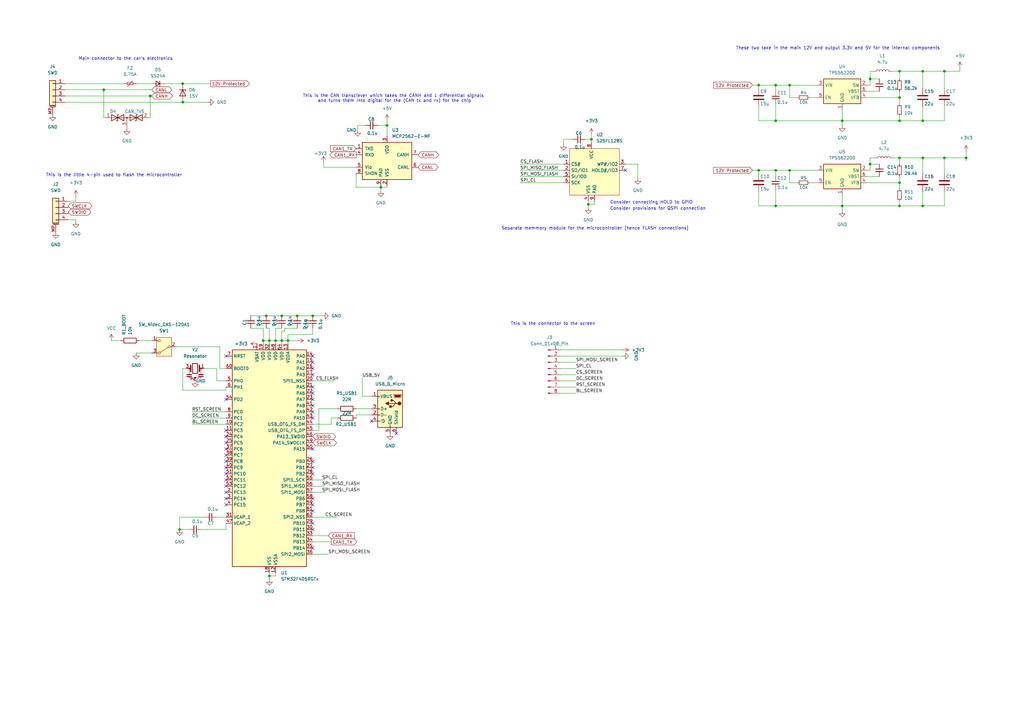
<source format=kicad_sch>
(kicad_sch (version 20231120) (generator "eeschema") (generator_version "8.0")
  (paper "A3")
  (lib_symbols
    (symbol "Connector:Conn_01x08_Pin" (pin_names (offset 1.016) hide)
      (property "Reference" "J" (at 0 10.16 0))
      (property "Value" "Conn_01x08_Pin" (at 0 -12.7 0))
      (symbol "Conn_01x08_Pin_1_1"
        (pin passive line (at 5.08 7.62 180) (length 3.81) (name "Pin_1") (number "1"))
        (pin passive line (at 5.08 5.08 180) (length 3.81) (name "Pin_2") (number "2"))
        (pin passive line (at 5.08 2.54 180) (length 3.81) (name "Pin_3") (number "3"))
        (pin passive line (at 5.08 0 180) (length 3.81) (name "Pin_4") (number "4"))
        (pin passive line (at 5.08 -2.54 180) (length 3.81) (name "Pin_5") (number "5"))
        (pin passive line (at 5.08 -5.08 180) (length 3.81) (name "Pin_6") (number "6"))
        (pin passive line (at 5.08 -7.62 180) (length 3.81) (name "Pin_7") (number "7"))
        (pin passive line (at 5.08 -10.16 180) (length 3.81) (name "Pin_8") (number "8"))
      )
    )
    (symbol "Connector:USB_B_Micro" (pin_names (offset 1.016))
      (property "Reference" "J" (at -5.08 11.43 0))
      (property "Value" "USB_B_Micro" (at -5.08 8.89 0))
      (symbol "USB_B_Micro_1_1"
        (pin power_out line (at 7.62 5.08 180) (length 2.54) (name "VBUS") (number "1"))
        (pin bidirectional line (at 7.62 -2.54 180) (length 2.54) (name "D-") (number "2"))
        (pin bidirectional line (at 7.62 0 180) (length 2.54) (name "D+") (number "3"))
        (pin passive line (at 7.62 -5.08 180) (length 2.54) (name "ID") (number "4"))
        (pin power_out line (at 0 -10.16 90) (length 2.54) (name "GND") (number "5"))
        (pin passive line (at -2.54 -10.16 90) (length 2.54) (name "Shield") (number "6"))
      )
    )
    (symbol "Connector_Generic_MountingPin:Conn_01x04_MountingPin" (pin_names (offset 1.016) hide)
      (property "Reference" "J" (at 0 5.08 0))
      (property "Value" "Conn_01x04_MountingPin" (at 1.27 -7.62 0))
      (symbol "Conn_01x04_MountingPin_1_1"
        (text "Mounting" (at 0 -6.731 0) (effects (font (size 0.381 0.381))))
        (pin passive line (at -5.08 2.54 0) (length 3.81) (name "Pin_1") (number "1"))
        (pin passive line (at -5.08 0 0) (length 3.81) (name "Pin_2") (number "2"))
        (pin passive line (at -5.08 -2.54 0) (length 3.81) (name "Pin_3") (number "3"))
        (pin passive line (at -5.08 -5.08 0) (length 3.81) (name "Pin_4") (number "4"))
        (pin passive line (at 0 -10.16 90) (length 3.048) (name "MountPin") (number "MP"))
      )
    )
    (symbol "Device:C" (pin_numbers hide) (pin_names (offset 0.254))
      (property "Reference" "C" (at 0.635 2.54 0))
      (property "Value" "C" (at 0.635 -2.54 0))
      (symbol "C_1_1"
        (pin passive line (at 0 3.81 270) (length 2.794) (name "~") (number "1"))
        (pin passive line (at 0 -3.81 90) (length 2.794) (name "~") (number "2"))
      )
    )
    (symbol "Device:C_Small" (pin_numbers hide) (pin_names (offset 0.254) hide)
      (property "Reference" "C" (at 0.254 1.778 0))
      (property "Value" "C_Small" (at 0.254 -2.032 0))
      (symbol "C_Small_1_1"
        (pin passive line (at 0 2.54 270) (length 2.032) (name "~") (number "1"))
        (pin passive line (at 0 -2.54 90) (length 2.032) (name "~") (number "2"))
      )
    )
    (symbol "Device:D_Small" (pin_numbers hide) (pin_names (offset 0.254) hide)
      (property "Reference" "D" (at -1.27 2.032 0))
      (property "Value" "D_Small" (at -3.81 -2.032 0))
      (symbol "D_Small_1_1"
        (pin passive line (at -2.54 0 0) (length 1.778) (name "K") (number "1"))
        (pin passive line (at 2.54 0 180) (length 1.778) (name "A") (number "2"))
      )
    )
    (symbol "Device:D_TVS_Dual_AAC" (pin_names (offset 1.016) hide)
      (property "Reference" "D" (at 0 4.445 0))
      (property "Value" "D_TVS_Dual_AAC" (at 0 2.54 0))
      (symbol "D_TVS_Dual_AAC_1_1"
        (pin passive line (at -8.89 0 0) (length 2.54) (name "A1") (number "1"))
        (pin passive line (at 8.89 0 180) (length 2.54) (name "A2") (number "2"))
        (pin input line (at 0 -3.81 90) (length 2.54) (name "common") (number "3"))
      )
    )
    (symbol "Device:D_Zener" (pin_numbers hide) (pin_names (offset 1.016) hide)
      (property "Reference" "D" (at 0 2.54 0))
      (property "Value" "D_Zener" (at 0 -2.54 0))
      (symbol "D_Zener_1_1"
        (pin passive line (at -3.81 0 0) (length 2.54) (name "K") (number "1"))
        (pin passive line (at 3.81 0 180) (length 2.54) (name "A") (number "2"))
      )
    )
    (symbol "Device:L" (pin_numbers hide) (pin_names (offset 1.016) hide)
      (property "Reference" "L" (at -1.27 0 90))
      (property "Value" "L" (at 1.905 0 90))
      (symbol "L_1_1"
        (pin passive line (at 0 3.81 270) (length 1.27) (name "1") (number "1"))
        (pin passive line (at 0 -3.81 90) (length 1.27) (name "2") (number "2"))
      )
    )
    (symbol "Device:Polyfuse_Small" (pin_numbers hide) (pin_names (offset 0))
      (property "Reference" "F" (at -1.905 0 90))
      (property "Value" "Polyfuse_Small" (at 1.905 0 90))
      (symbol "Polyfuse_Small_1_1"
        (pin passive line (at 0 2.54 270) (length 0.635) (name "~") (number "1"))
        (pin passive line (at 0 -2.54 90) (length 0.635) (name "~") (number "2"))
      )
    )
    (symbol "Device:R" (pin_numbers hide) (pin_names (offset 0))
      (property "Reference" "R" (at 2.032 0 90))
      (property "Value" "R" (at 0 0 90))
      (symbol "R_1_1"
        (pin passive line (at 0 3.81 270) (length 1.27) (name "~") (number "1"))
        (pin passive line (at 0 -3.81 90) (length 1.27) (name "~") (number "2"))
      )
    )
    (symbol "Device:R_Small" (pin_numbers hide) (pin_names (offset 0.254) hide)
      (property "Reference" "R" (at 0.762 0.508 0))
      (property "Value" "R_Small" (at 0.762 -1.016 0))
      (symbol "R_Small_1_1"
        (pin passive line (at 0 2.54 270) (length 0.762) (name "~") (number "1"))
        (pin passive line (at 0 -2.54 90) (length 0.762) (name "~") (number "2"))
      )
    )
    (symbol "Device:Resonator" (pin_names (offset 1.016) hide)
      (property "Reference" "Y" (at 0 5.715 0))
      (property "Value" "Resonator" (at 0 3.81 0))
      (symbol "Resonator_1_1"
        (pin passive line (at -3.81 0 0) (length 1.27) (name "1") (number "1"))
        (pin passive line (at 0 -5.08 90) (length 1.27) (name "2") (number "2"))
        (pin passive line (at 3.81 0 180) (length 1.27) (name "3") (number "3"))
      )
    )
    (symbol "Interface_CAN_LIN:MCP2562-E-MF" (pin_names (offset 1.016))
      (property "Reference" "U" (at -10.16 8.89 0))
      (property "Value" "MCP2562-E-MF" (at 2.54 8.89 0))
      (symbol "MCP2562-E-MF_1_1"
        (pin input line (at -12.7 5.08 0) (length 2.54) (name "TXD") (number "1"))
        (pin power_in line (at 0 -10.16 90) (length 2.54) (name "VSS") (number "2"))
        (pin power_in line (at 0 10.16 270) (length 2.54) (name "VDD") (number "3"))
        (pin output line (at -12.7 2.54 0) (length 2.54) (name "RXD") (number "4"))
        (pin power_in line (at -12.7 -2.54 0) (length 2.54) (name "Vio") (number "5"))
        (pin bidirectional line (at 12.7 -2.54 180) (length 2.54) (name "CANL") (number "6"))
        (pin bidirectional line (at 12.7 2.54 180) (length 2.54) (name "CANH") (number "7"))
        (pin input line (at -12.7 -5.08 0) (length 2.54) (name "SHDN") (number "8"))
        (pin power_in line (at -2.54 -10.16 90) (length 2.54) (name "PAD") (number "9"))
      )
    )
    (symbol "MCU_ST_STM32F4:STM32F405RGTx"
      (property "Reference" "U1" (at 4.7341 -45.72 0))
      (property "Value" "STM32F405RGTx" (at 4.7341 -48.26 0))
      (symbol "STM32F405RGTx_1_1"
        (pin power_in line (at -5.08 48.26 270) (length 2.54) (name "VBAT") (number "1"))
        (pin bidirectional line (at -17.78 15.24 0) (length 2.54) (name "PC2") (number "10"))
        (pin bidirectional line (at -17.78 12.7 0) (length 2.54) (name "PC3") (number "11") (alternate "SPI2_MOSI" bidirectional line))
        (pin power_in line (at 2.54 -45.72 90) (length 2.54) (name "VSSA") (number "12"))
        (pin power_in line (at 7.62 48.26 270) (length 2.54) (name "VDDA") (number "13"))
        (pin bidirectional line (at 17.78 43.18 180) (length 2.54) (name "PA0") (number "14"))
        (pin bidirectional line (at 17.78 40.64 180) (length 2.54) (name "PA1") (number "15"))
        (pin bidirectional line (at 17.78 38.1 180) (length 2.54) (name "PA2") (number "16"))
        (pin bidirectional line (at 17.78 35.56 180) (length 2.54) (name "PA3") (number "17"))
        (pin power_in line (at 0 -45.72 90) (length 2.54) (name "VSS") (number "18"))
        (pin power_in line (at -2.54 48.26 270) (length 2.54) (name "VDD") (number "19"))
        (pin bidirectional line (at -17.78 -12.7 0) (length 2.54) (name "PC13") (number "2"))
        (pin bidirectional line (at 17.78 33.02 180) (length 2.54) (name "PA4") (number "20") (alternate "SPI1_NSS" bidirectional line))
        (pin bidirectional line (at 17.78 30.48 180) (length 2.54) (name "PA5") (number "21") (alternate "SPI1_SCK" bidirectional line))
        (pin bidirectional line (at 17.78 27.94 180) (length 2.54) (name "PA6") (number "22") (alternate "SPI1_MISO" bidirectional line))
        (pin bidirectional line (at 17.78 25.4 180) (length 2.54) (name "PA7") (number "23") (alternate "SPI1_MOSI" bidirectional line))
        (pin bidirectional line (at -17.78 10.16 0) (length 2.54) (name "PC4") (number "24"))
        (pin bidirectional line (at -17.78 7.62 0) (length 2.54) (name "PC5") (number "25"))
        (pin bidirectional line (at 17.78 0 180) (length 2.54) (name "PB0") (number "26"))
        (pin bidirectional line (at 17.78 -2.54 180) (length 2.54) (name "PB1") (number "27"))
        (pin bidirectional line (at 17.78 -5.08 180) (length 2.54) (name "PB2") (number "28"))
        (pin bidirectional line (at 17.78 -25.4 180) (length 2.54) (name "PB10") (number "29"))
        (pin bidirectional line (at -17.78 -15.24 0) (length 2.54) (name "PC14") (number "3"))
        (pin bidirectional line (at 17.78 -27.94 180) (length 2.54) (name "PB11") (number "30"))
        (pin power_out line (at -17.78 -22.86 0) (length 2.54) (name "VCAP_1") (number "31"))
        (pin power_in line (at 0 48.26 270) (length 2.54) (name "VDD") (number "32"))
        (pin bidirectional line (at 17.78 -30.48 180) (length 2.54) (name "PB12") (number "33") (alternate "SPI2_NSS" bidirectional line))
        (pin bidirectional line (at 17.78 -33.02 180) (length 2.54) (name "PB13") (number "34"))
        (pin bidirectional line (at 17.78 -35.56 180) (length 2.54) (name "PB14") (number "35"))
        (pin bidirectional line (at 17.78 -38.1 180) (length 2.54) (name "PB15") (number "36") (alternate "SPI2_MOSI" bidirectional line))
        (pin bidirectional line (at -17.78 5.08 0) (length 2.54) (name "PC6") (number "37"))
        (pin bidirectional line (at -17.78 2.54 0) (length 2.54) (name "PC7") (number "38"))
        (pin bidirectional line (at -17.78 0 0) (length 2.54) (name "PC8") (number "39"))
        (pin bidirectional line (at -17.78 -17.78 0) (length 2.54) (name "PC15") (number "4"))
        (pin bidirectional line (at -17.78 -2.54 0) (length 2.54) (name "PC9") (number "40"))
        (pin bidirectional line (at 17.78 22.86 180) (length 2.54) (name "PA8") (number "41"))
        (pin bidirectional line (at 17.78 20.32 180) (length 2.54) (name "PA9") (number "42"))
        (pin bidirectional line (at 17.78 17.78 180) (length 2.54) (name "PA10") (number "43"))
        (pin bidirectional line (at 17.78 15.24 180) (length 2.54) (name "PA11") (number "44") (alternate "USB_OTG_FS_DM" bidirectional line))
        (pin bidirectional line (at 17.78 12.7 180) (length 2.54) (name "PA12") (number "45") (alternate "USB_OTG_FS_DP" bidirectional line))
        (pin bidirectional line (at 17.78 10.16 180) (length 2.54) (name "PA13_SWDIO") (number "46"))
        (pin power_out line (at -17.78 -25.4 0) (length 2.54) (name "VCAP_2") (number "47"))
        (pin power_in line (at 2.54 48.26 270) (length 2.54) (name "VDD") (number "48"))
        (pin bidirectional line (at 17.78 7.62 180) (length 2.54) (name "PA14_SWDCLK") (number "49"))
        (pin bidirectional line (at -17.78 33.02 0) (length 2.54) (name "PH0") (number "5"))
        (pin bidirectional line (at 17.78 5.08 180) (length 2.54) (name "PA15") (number "50") (alternate "SPI1_NSS" bidirectional line))
        (pin bidirectional line (at -17.78 -5.08 0) (length 2.54) (name "PC10") (number "51"))
        (pin bidirectional line (at -17.78 -7.62 0) (length 2.54) (name "PC11") (number "52"))
        (pin bidirectional line (at -17.78 -10.16 0) (length 2.54) (name "PC12") (number "53"))
        (pin bidirectional line (at -17.78 25.4 0) (length 2.54) (name "PD2") (number "54"))
        (pin bidirectional line (at 17.78 -7.62 180) (length 2.54) (name "PB3") (number "55") (alternate "SPI1_SCK" bidirectional line))
        (pin bidirectional line (at 17.78 -10.16 180) (length 2.54) (name "PB4") (number "56") (alternate "SPI1_MISO" bidirectional line))
        (pin bidirectional line (at 17.78 -12.7 180) (length 2.54) (name "PB5") (number "57") (alternate "SPI1_MOSI" bidirectional line))
        (pin bidirectional line (at 17.78 -15.24 180) (length 2.54) (name "PB6") (number "58"))
        (pin bidirectional line (at 17.78 -17.78 180) (length 2.54) (name "PB7") (number "59"))
        (pin bidirectional line (at -17.78 30.48 0) (length 2.54) (name "PH1") (number "6"))
        (pin input line (at -17.78 38.1 0) (length 2.54) (name "BOOT0") (number "60"))
        (pin bidirectional line (at 17.78 -20.32 180) (length 2.54) (name "PB8") (number "61"))
        (pin bidirectional line (at 17.78 -22.86 180) (length 2.54) (name "PB9") (number "62") (alternate "SPI2_NSS" bidirectional line))
        (pin passive line (at 0 -45.72 90) (length 2.54) hide (name "VSS") (number "63"))
        (pin power_in line (at 5.08 48.26 270) (length 2.54) (name "VDD") (number "64"))
        (pin input line (at -17.78 43.18 0) (length 2.54) (name "NRST") (number "7"))
        (pin bidirectional line (at -17.78 20.32 0) (length 2.54) (name "PC0") (number "8"))
        (pin bidirectional line (at -17.78 17.78 0) (length 2.54) (name "PC1") (number "9"))
      )
    )
    (symbol "Regulator_Switching:TPS562200"
      (property "Reference" "U" (at -7.62 6.35 0))
      (property "Value" "TPS562200" (at -2.54 6.35 0))
      (symbol "TPS562200_1_1"
        (pin power_in line (at 0 -7.62 90) (length 2.54) (name "GND") (number "1"))
        (pin output line (at 10.16 2.54 180) (length 2.54) (name "SW") (number "2"))
        (pin power_in line (at -10.16 2.54 0) (length 2.54) (name "VIN") (number "3"))
        (pin input line (at 10.16 -2.54 180) (length 2.54) (name "VFB") (number "4"))
        (pin input line (at -10.16 -2.54 0) (length 2.54) (name "EN") (number "5"))
        (pin passive line (at 10.16 0 180) (length 2.54) (name "VBST") (number "6"))
      )
    )
    (symbol "Switch:SW_Nidec_CAS-120A1" (pin_names (offset 1) hide)
      (property "Reference" "SW" (at 0 4.318 0))
      (property "Value" "SW_Nidec_CAS-120A1" (at 0 -5.08 0))
      (symbol "SW_Nidec_CAS-120A1_1_1"
        (pin passive line (at 5.08 -2.54 180) (length 2.54) (name "C") (number "1"))
        (pin passive line (at -5.08 0 0) (length 2.54) (name "B") (number "2"))
        (pin passive line (at 5.08 2.54 180) (length 2.54) (name "A") (number "3"))
      )
    )
    (symbol "UGR-22 Screen:S25FL128S"
      (property "Reference" "U" (at 0 17.78 0))
      (property "Value" "S25FL128S" (at 0 15.24 0))
      (symbol "S25FL128S_1_1"
        (pin input line (at -11.43 3.81 0) (length 2.54) (name "CS#") (number "1"))
        (pin input line (at -11.43 1.27 0) (length 2.54) (name "SO/IO1") (number "2"))
        (pin input line (at 13.97 3.81 180) (length 2.54) (name "WP#/IO2") (number "3"))
        (pin power_in line (at -1.27 -11.43 90) (length 2.54) (name "VSS") (number "4"))
        (pin input line (at -11.43 -1.27 0) (length 2.54) (name "SI/IO0") (number "5"))
        (pin input line (at -11.43 -3.81 0) (length 2.54) (name "SCK") (number "6"))
        (pin input line (at 13.97 1.27 180) (length 2.54) (name "HOLD#/IO3") (number "7"))
        (pin power_in line (at 0 12.7 270) (length 2.54) (name "VCC") (number "8"))
        (pin free line (at 1.27 -11.43 90) (length 2.54) (name "PAD") (number "9"))
      )
    )
    (symbol "power:+3.3V" (power) (pin_names (offset 0))
      (property "Value" "+3.3V" (at 0 3.556 0))
      (symbol "+3.3V_1_1"
        (pin power_in line (at 0 0 90) (length 0) hide (name "+3V3") (number "1"))
      )
    )
    (symbol "power:+5V" (power) (pin_names (offset 0))
      (property "Value" "+5V" (at 0 3.556 0))
      (symbol "+5V_1_1"
        (pin power_in line (at 0 0 90) (length 0) hide (name "+5V") (number "1"))
      )
    )
    (symbol "power:GND" (power) (pin_names (offset 0))
      (property "Value" "GND" (at 0 -3.81 0))
      (symbol "GND_1_1"
        (pin power_in line (at 0 0 270) (length 0) hide (name "GND") (number "1"))
      )
    )
    (symbol "power:VCC" (power) (pin_numbers hide) (pin_names (offset 0) hide)
      (property "Value" "VCC" (at 0 3.556 0))
      (symbol "VCC_1_1"
        (pin power_in line (at 0 0 90) (length 0) (name "~") (number "1"))
      )
    )
  )
  (junction (at 318.135 49.53))
  (junction (at 311.15 69.85))
  (junction (at 387.35 29.21))
  (junction (at 356.87 32.385))
  (junction (at 396.24 64.77))
  (junction (at 73.66 217.17))
  (junction (at 74.93 34.29))
  (junction (at 121.92 129.54))
  (junction (at 128.27 129.54))
  (junction (at 109.22 129.54))
  (junction (at 378.46 49.53))
  (junction (at 110.49 236.22))
  (junction (at 356.87 67.31))
  (junction (at 368.935 29.21))
  (junction (at 323.85 34.925))
  (junction (at 115.57 129.54))
  (junction (at 368.935 49.53))
  (junction (at 61.595 39.37))
  (junction (at 74.93 41.91))
  (junction (at 242.57 57.15))
  (junction (at 107.95 139.7))
  (junction (at 368.935 40.005))
  (junction (at 42.545 36.83))
  (junction (at 110.49 139.7))
  (junction (at 378.46 29.21))
  (junction (at 311.15 34.925))
  (junction (at 115.57 139.7))
  (junction (at 345.44 84.455))
  (junction (at 378.46 64.77))
  (junction (at 318.135 69.85))
  (junction (at 318.135 34.925))
  (junction (at 158.75 51.435))
  (junction (at 368.935 74.93))
  (junction (at 156.21 76.835))
  (junction (at 118.11 139.7))
  (junction (at 345.44 49.53))
  (junction (at 368.935 84.455))
  (junction (at 387.35 64.77))
  (junction (at 368.935 64.77))
  (junction (at 113.03 139.7))
  (junction (at 318.135 84.455))
  (junction (at 323.85 69.85))
  (junction (at 241.3 83.82))
  (junction (at 378.46 84.455))
  (no_connect (at 92.71 196.85))
  (no_connect (at 128.27 207.01))
  (no_connect (at 92.71 204.47))
  (no_connect (at 128.27 171.45))
  (no_connect (at 128.27 153.67))
  (no_connect (at 128.27 148.59))
  (no_connect (at 128.27 217.17))
  (no_connect (at 92.71 146.05))
  (no_connect (at 128.27 151.13))
  (no_connect (at 92.71 199.39))
  (no_connect (at 128.27 163.83))
  (no_connect (at 128.27 189.23))
  (no_connect (at 128.27 224.79))
  (no_connect (at 92.71 176.53))
  (no_connect (at 92.71 186.69))
  (no_connect (at 162.56 177.8))
  (no_connect (at 128.27 191.77))
  (no_connect (at 92.71 189.23))
  (no_connect (at 128.27 194.31))
  (no_connect (at 92.71 179.07))
  (no_connect (at 92.71 207.01))
  (no_connect (at 92.71 191.77))
  (no_connect (at 92.71 163.83))
  (no_connect (at 128.27 209.55))
  (no_connect (at 128.27 184.15))
  (no_connect (at 128.27 158.75))
  (no_connect (at 92.71 181.61))
  (no_connect (at 128.27 146.05))
  (no_connect (at 128.27 204.47))
  (no_connect (at 128.27 166.37))
  (no_connect (at 92.71 194.31))
  (no_connect (at 256.54 69.85))
  (no_connect (at 92.71 201.93))
  (no_connect (at 152.4 172.72))
  (no_connect (at 92.71 184.15))
  (no_connect (at 128.27 168.91))
  (no_connect (at 128.27 214.63))
  (no_connect (at 128.27 161.29))
  (wire (pts (xy 241.3 82.55) (xy 241.3 83.82)))
  (wire (pts (xy 378.46 64.77) (xy 387.35 64.77)))
  (wire (pts (xy 26.67 36.83) (xy 42.545 36.83)))
  (wire (pts (xy 148.59 154.94) (xy 148.59 162.56)))
  (wire (pts (xy 229.87 148.59) (xy 236.22 148.59)))
  (wire (pts (xy 146.05 170.18) (xy 146.05 171.45)))
  (wire (pts (xy 378.46 29.21) (xy 378.46 36.195)))
  (wire (pts (xy 387.35 29.21) (xy 387.35 36.195)))
  (wire (pts (xy 393.7 27.94) (xy 393.7 29.21)))
  (wire (pts (xy 128.27 201.93) (xy 133.35 201.93)))
  (wire (pts (xy 387.35 49.53) (xy 387.35 43.815)))
  (wire (pts (xy 318.135 69.85) (xy 323.85 69.85)))
  (wire (pts (xy 110.49 236.22) (xy 110.49 237.49)))
  (wire (pts (xy 355.6 74.93) (xy 368.935 74.93)))
  (wire (pts (xy 52.07 52.07) (xy 52.07 52.705)))
  (wire (pts (xy 146.685 51.435) (xy 149.86 51.435)))
  (wire (pts (xy 57.15 139.7) (xy 62.23 139.7)))
  (wire (pts (xy 311.15 34.925) (xy 311.15 36.195)))
  (wire (pts (xy 158.75 76.835) (xy 158.75 76.2)))
  (wire (pts (xy 107.95 139.7) (xy 110.49 139.7)))
  (wire (pts (xy 365.76 29.21) (xy 368.935 29.21)))
  (wire (pts (xy 355.6 40.005) (xy 368.935 40.005)))
  (wire (pts (xy 318.135 34.925) (xy 318.135 37.465)))
  (wire (pts (xy 116.84 135.89) (xy 115.57 135.89)))
  (wire (pts (xy 27.94 85.09) (xy 27.94 84.455)))
  (wire (pts (xy 110.49 234.95) (xy 110.49 236.22)))
  (wire (pts (xy 110.49 139.7) (xy 110.49 140.97)))
  (wire (pts (xy 311.15 49.53) (xy 318.135 49.53)))
  (wire (pts (xy 113.03 236.22) (xy 113.03 234.95)))
  (wire (pts (xy 88.9 212.09) (xy 92.71 212.09)))
  (wire (pts (xy 156.21 76.835) (xy 158.75 76.835)))
  (wire (pts (xy 92.71 151.13) (xy 90.17 151.13)))
  (wire (pts (xy 115.57 139.7) (xy 115.57 140.97)))
  (wire (pts (xy 107.95 139.7) (xy 107.95 140.97)))
  (wire (pts (xy 146.05 167.64) (xy 152.4 167.64)))
  (wire (pts (xy 318.135 84.455) (xy 345.44 84.455)))
  (wire (pts (xy 90.17 142.24) (xy 72.39 142.24)))
  (wire (pts (xy 128.27 156.21) (xy 137.16 156.21)))
  (wire (pts (xy 88.9 156.21) (xy 92.71 156.21)))
  (wire (pts (xy 318.135 77.47) (xy 318.135 84.455)))
  (wire (pts (xy 396.24 62.23) (xy 396.24 64.77)))
  (wire (pts (xy 345.44 49.53) (xy 368.935 49.53)))
  (wire (pts (xy 135.89 222.25) (xy 128.27 222.25)))
  (wire (pts (xy 113.03 139.7) (xy 115.57 139.7)))
  (wire (pts (xy 393.7 29.21) (xy 387.35 29.21)))
  (wire (pts (xy 368.935 40.005) (xy 368.935 42.545)))
  (wire (pts (xy 78.74 171.45) (xy 92.71 171.45)))
  (wire (pts (xy 311.15 84.455) (xy 318.135 84.455)))
  (wire (pts (xy 241.3 83.82) (xy 243.84 83.82)))
  (wire (pts (xy 154.94 51.435) (xy 158.75 51.435)))
  (wire (pts (xy 128.27 134.62) (xy 128.27 137.16)))
  (wire (pts (xy 242.57 57.15) (xy 242.57 58.42)))
  (wire (pts (xy 311.15 34.925) (xy 318.135 34.925)))
  (wire (pts (xy 356.87 32.385) (xy 356.87 29.21)))
  (wire (pts (xy 229.87 156.21) (xy 236.22 156.21)))
  (wire (pts (xy 146.05 71.12) (xy 146.05 76.835)))
  (wire (pts (xy 135.89 171.45) (xy 135.89 173.99)))
  (wire (pts (xy 27.94 82.55) (xy 31.115 82.55)))
  (wire (pts (xy 110.49 139.7) (xy 113.03 139.7)))
  (wire (pts (xy 368.935 72.39) (xy 368.935 74.93)))
  (wire (pts (xy 31.115 90.17) (xy 27.94 90.17)))
  (wire (pts (xy 118.11 137.16) (xy 118.11 139.7)))
  (wire (pts (xy 396.24 64.77) (xy 387.35 64.77)))
  (wire (pts (xy 76.2 151.13) (xy 74.93 151.13)))
  (wire (pts (xy 241.3 83.82) (xy 241.3 85.09)))
  (wire (pts (xy 368.935 82.55) (xy 368.935 84.455)))
  (wire (pts (xy 368.935 29.21) (xy 368.935 32.385)))
  (wire (pts (xy 229.87 143.51) (xy 255.27 143.51)))
  (wire (pts (xy 115.57 129.54) (xy 121.92 129.54)))
  (wire (pts (xy 396.24 66.04) (xy 396.24 64.77)))
  (wire (pts (xy 74.93 151.13) (xy 74.93 160.02)))
  (wire (pts (xy 148.59 162.56) (xy 152.4 162.56)))
  (wire (pts (xy 135.89 171.45) (xy 138.43 171.45)))
  (wire (pts (xy 356.87 32.385) (xy 356.87 34.925)))
  (wire (pts (xy 387.35 84.455) (xy 387.35 78.74)))
  (wire (pts (xy 156.21 76.2) (xy 156.21 76.835)))
  (wire (pts (xy 67.31 34.29) (xy 74.93 34.29)))
  (wire (pts (xy 378.46 71.12) (xy 378.46 64.77)))
  (wire (pts (xy 130.81 167.64) (xy 130.81 176.53)))
  (wire (pts (xy 138.43 167.64) (xy 130.81 167.64)))
  (wire (pts (xy 128.27 137.16) (xy 118.11 137.16)))
  (wire (pts (xy 110.49 236.22) (xy 113.03 236.22)))
  (wire (pts (xy 213.36 67.31) (xy 231.14 67.31)))
  (wire (pts (xy 378.46 84.455) (xy 387.35 84.455)))
  (wire (pts (xy 55.88 34.29) (xy 62.23 34.29)))
  (wire (pts (xy 229.87 158.75) (xy 236.22 158.75)))
  (wire (pts (xy 135.89 173.99) (xy 128.27 173.99)))
  (wire (pts (xy 134.62 219.71) (xy 128.27 219.71)))
  (wire (pts (xy 107.95 134.62) (xy 107.95 139.7)))
  (wire (pts (xy 356.87 67.31) (xy 360.68 67.31)))
  (wire (pts (xy 73.66 212.09) (xy 73.66 217.17)))
  (wire (pts (xy 355.6 34.925) (xy 356.87 34.925)))
  (wire (pts (xy 355.6 69.85) (xy 356.87 69.85)))
  (wire (pts (xy 378.46 78.74) (xy 378.46 84.455)))
  (wire (pts (xy 74.93 160.02) (xy 92.71 160.02)))
  (wire (pts (xy 368.935 74.93) (xy 368.935 77.47)))
  (wire (pts (xy 308.61 69.85) (xy 311.15 69.85)))
  (wire (pts (xy 318.135 42.545) (xy 318.135 49.53)))
  (wire (pts (xy 261.62 73.025) (xy 261.62 67.31)))
  (wire (pts (xy 327.025 40.005) (xy 323.85 40.005)))
  (wire (pts (xy 88.9 151.13) (xy 88.9 156.21)))
  (wire (pts (xy 74.93 41.91) (xy 85.09 41.91)))
  (wire (pts (xy 128.27 196.85) (xy 133.35 196.85)))
  (wire (pts (xy 113.03 139.7) (xy 113.03 140.97)))
  (wire (pts (xy 356.87 67.31) (xy 356.87 64.77)))
  (wire (pts (xy 130.81 176.53) (xy 128.27 176.53)))
  (wire (pts (xy 26.67 34.29) (xy 50.8 34.29)))
  (wire (pts (xy 345.44 49.53) (xy 345.44 51.435)))
  (wire (pts (xy 368.935 64.77) (xy 368.935 67.31)))
  (wire (pts (xy 26.67 39.37) (xy 61.595 39.37)))
  (wire (pts (xy 92.71 160.02) (xy 92.71 158.75)))
  (wire (pts (xy 368.935 84.455) (xy 378.46 84.455)))
  (wire (pts (xy 115.57 139.7) (xy 118.11 139.7)))
  (wire (pts (xy 128.27 212.09) (xy 138.43 212.09)))
  (wire (pts (xy 61.595 48.26) (xy 61.595 39.37)))
  (wire (pts (xy 42.545 36.83) (xy 42.545 48.26)))
  (wire (pts (xy 229.87 153.67) (xy 236.22 153.67)))
  (wire (pts (xy 387.35 64.77) (xy 387.35 71.12)))
  (wire (pts (xy 318.135 69.85) (xy 318.135 72.39)))
  (wire (pts (xy 378.46 64.77) (xy 368.935 64.77)))
  (wire (pts (xy 128.27 129.54) (xy 132.08 129.54)))
  (wire (pts (xy 113.03 134.62) (xy 113.03 139.7)))
  (wire (pts (xy 323.85 69.85) (xy 335.28 69.85)))
  (wire (pts (xy 82.55 217.17) (xy 92.71 217.17)))
  (wire (pts (xy 311.15 69.85) (xy 311.15 71.12)))
  (wire (pts (xy 240.03 57.15) (xy 242.57 57.15)))
  (wire (pts (xy 308.61 34.925) (xy 311.15 34.925)))
  (wire (pts (xy 242.57 55.245) (xy 242.57 57.15)))
  (wire (pts (xy 311.15 34.29) (xy 311.15 34.925)))
  (wire (pts (xy 31.115 82.55) (xy 31.115 80.645)))
  (wire (pts (xy 62.23 36.83) (xy 42.545 36.83)))
  (wire (pts (xy 323.85 40.005) (xy 323.85 34.925)))
  (wire (pts (xy 243.84 83.82) (xy 243.84 82.55)))
  (wire (pts (xy 368.935 49.53) (xy 378.46 49.53)))
  (wire (pts (xy 323.85 74.93) (xy 323.85 69.85)))
  (wire (pts (xy 261.62 67.31) (xy 256.54 67.31)))
  (wire (pts (xy 78.74 168.91) (xy 92.71 168.91)))
  (wire (pts (xy 311.15 69.85) (xy 318.135 69.85)))
  (wire (pts (xy 229.87 161.29) (xy 236.22 161.29)))
  (wire (pts (xy 55.88 144.78) (xy 62.23 144.78)))
  (wire (pts (xy 311.15 78.74) (xy 311.15 84.455)))
  (wire (pts (xy 156.21 76.835) (xy 156.21 78.105)))
  (wire (pts (xy 318.135 49.53) (xy 345.44 49.53)))
  (wire (pts (xy 345.44 45.085) (xy 345.44 49.53)))
  (wire (pts (xy 332.105 40.005) (xy 335.28 40.005)))
  (wire (pts (xy 62.23 39.37) (xy 61.595 39.37)))
  (wire (pts (xy 73.66 217.17) (xy 77.47 217.17)))
  (wire (pts (xy 368.935 37.465) (xy 368.935 40.005)))
  (wire (pts (xy 356.87 32.385) (xy 360.68 32.385)))
  (wire (pts (xy 323.85 34.925) (xy 335.28 34.925)))
  (wire (pts (xy 92.71 214.63) (xy 92.71 217.17)))
  (wire (pts (xy 158.75 49.53) (xy 158.75 51.435)))
  (wire (pts (xy 110.49 134.62) (xy 110.49 139.7)))
  (wire (pts (xy 115.57 135.89) (xy 115.57 139.7)))
  (wire (pts (xy 355.6 37.465) (xy 360.68 37.465)))
  (wire (pts (xy 128.27 199.39) (xy 133.35 199.39)))
  (wire (pts (xy 368.935 29.21) (xy 378.46 29.21)))
  (wire (pts (xy 356.87 67.31) (xy 356.87 69.85)))
  (wire (pts (xy 311.15 43.815) (xy 311.15 49.53)))
  (wire (pts (xy 356.87 29.21) (xy 358.14 29.21)))
  (wire (pts (xy 158.75 51.435) (xy 158.75 55.88)))
  (wire (pts (xy 231.14 57.15) (xy 234.95 57.15)))
  (wire (pts (xy 356.87 64.77) (xy 358.775 64.77)))
  (wire (pts (xy 327.025 74.93) (xy 323.85 74.93)))
  (wire (pts (xy 146.685 53.34) (xy 146.685 51.435)))
  (wire (pts (xy 229.87 146.05) (xy 255.27 146.05)))
  (wire (pts (xy 128.27 227.33) (xy 134.62 227.33)))
  (wire (pts (xy 345.44 80.01) (xy 345.44 84.455)))
  (wire (pts (xy 213.36 69.85) (xy 231.14 69.85)))
  (wire (pts (xy 229.87 151.13) (xy 236.22 151.13)))
  (wire (pts (xy 115.57 134.62) (xy 113.03 134.62)))
  (wire (pts (xy 231.14 59.055) (xy 231.14 57.15)))
  (wire (pts (xy 60.96 48.26) (xy 61.595 48.26)))
  (wire (pts (xy 366.395 64.77) (xy 368.935 64.77)))
  (wire (pts (xy 90.17 151.13) (xy 90.17 142.24)))
  (wire (pts (xy 213.36 72.39) (xy 231.14 72.39)))
  (wire (pts (xy 146.05 76.835) (xy 156.21 76.835)))
  (wire (pts (xy 78.74 173.99) (xy 92.71 173.99)))
  (wire (pts (xy 116.84 134.62) (xy 116.84 135.89)))
  (wire (pts (xy 121.92 134.62) (xy 116.84 134.62)))
  (wire (pts (xy 26.67 41.91) (xy 74.93 41.91)))
  (wire (pts (xy 332.105 74.93) (xy 335.28 74.93)))
  (wire (pts (xy 132.715 68.58) (xy 146.05 68.58)))
  (wire (pts (xy 378.46 49.53) (xy 387.35 49.53)))
  (wire (pts (xy 318.135 34.925) (xy 323.85 34.925)))
  (wire (pts (xy 345.44 84.455) (xy 345.44 86.36)))
  (wire (pts (xy 74.93 34.29) (xy 86.36 34.29)))
  (wire (pts (xy 43.18 48.26) (xy 42.545 48.26)))
  (wire (pts (xy 110.49 134.62) (xy 109.22 134.62)))
  (wire (pts (xy 355.6 72.39) (xy 360.68 72.39)))
  (wire (pts (xy 121.92 129.54) (xy 128.27 129.54)))
  (wire (pts (xy 152.4 170.18) (xy 146.05 170.18)))
  (wire (pts (xy 378.46 29.21) (xy 387.35 29.21)))
  (wire (pts (xy 27.94 87.63) (xy 27.94 86.995)))
  (wire (pts (xy 31.115 90.805) (xy 31.115 90.17)))
  (wire (pts (xy 132.715 66.675) (xy 132.715 68.58)))
  (wire (pts (xy 45.72 139.7) (xy 49.53 139.7)))
  (wire (pts (xy 345.44 84.455) (xy 368.935 84.455)))
  (wire (pts (xy 368.935 47.625) (xy 368.935 49.53)))
  (wire (pts (xy 109.22 129.54) (xy 115.57 129.54)))
  (wire (pts (xy 213.36 74.93) (xy 231.14 74.93)))
  (wire (pts (xy 378.46 43.815) (xy 378.46 49.53)))
  (wire (pts (xy 102.87 129.54) (xy 109.22 129.54)))
  (wire (pts (xy 83.82 151.13) (xy 88.9 151.13)))
  (wire (pts (xy 102.87 134.62) (xy 107.95 134.62)))
  (wire (pts (xy 83.82 212.09) (xy 73.66 212.09)))
  (wire (pts (xy 118.11 139.7) (xy 118.11 140.97)))
  (wire (pts (xy 118.11 139.7) (xy 121.92 139.7)))
  (text "These two take in the main 12V and output 3.3V and 5V for the internal components" (at 343.662 19.812 0) (effects (font (size 1.27 1.27))))
  (text "Consider connecting HOLD to GPIO" (at 250.19 83.82 0) (effects (font (size 1.27 1.27)) (justify left bottom)))
  (text "This is the connector to the screen\n" (at 226.822 132.842 0) (effects (font (size 1.27 1.27))))
  (text "Separate memmory module for the microcontroller (hence FLASH connections)" (at 244.094 93.726 0) (effects (font (size 1.27 1.27))))
  (text "Consider provisions for QSPI connection\n" (at 250.19 86.36 0) (effects (font (size 1.27 1.27)) (justify left bottom)))
  (text "Main connector to the car's electronics" (at 51.562 24.13 0) (effects (font (size 1.27 1.27))))
  (text "This is the CAN transciever which takes the CANH and L differential signals \nand turns them into digital for the (CAN tx and rx) for the chip" (at 161.798 40.386 0) (effects (font (size 1.27 1.27))))
  (text "This is the little 4-pin used to flash the microcontroller\n" (at 46.736 71.882 0) (effects (font (size 1.27 1.27))))
  (label "RST_SCREEN" (at 78.74 168.91 0))
  (label "CS_SCREEN" (at 133.35 212.09 0))
  (label "USB_5V" (at 148.59 154.94 0))
  (label "DC_SCREEN" (at 78.74 171.45 0))
  (label "SPI_MOSI_SCREEN" (at 236.22 148.59 0))
  (label "RST_SCREEN" (at 236.22 158.75 0))
  (label "SPI_CL" (at 132.08 196.85 0))
  (label "SPI_CL" (at 213.36 74.93 0))
  (label "SPI_MOSI_SCREEN" (at 134.62 227.33 0))
  (label "SPI_MISO_FLASH" (at 213.36 69.85 0))
  (label "DC_SCREEN" (at 236.22 156.21 0))
  (label "SPI_MOSI_FLASH" (at 132.08 201.93 0))
  (label "BL_SCREEN" (at 78.74 173.99 0))
  (label "SPI_CL" (at 236.22 151.13 0))
  (label "SPI_MISO_FLASH" (at 132.08 199.39 0))
  (label "CS_FLASH" (at 129.54 156.21 0))
  (label "CS_FLASH" (at 213.36 67.31 0))
  (label "SPI_MOSI_FLASH" (at 213.36 72.39 0))
  (label "CS_SCREEN" (at 236.22 153.67 0))
  (label "BL_SCREEN" (at 236.22 161.29 0))
  (global_label "CANL" (shape bidirectional) (at 171.45 68.58 0) (property "Intersheetrefs" "${INTERSHEET_REFS}" (effects (hide yes))))
  (global_label "12V Protected" (shape output) (at 86.36 34.29 0) (property "Intersheetrefs" "${INTERSHEET_REFS}" (effects (hide yes))))
  (global_label "CANH" (shape bidirectional) (at 171.45 63.5 0) (property "Intersheetrefs" "${INTERSHEET_REFS}" (effects (hide yes))))
  (global_label "CAN1_RX" (shape output) (at 146.05 63.5 180) (property "Intersheetrefs" "${INTERSHEET_REFS}" (effects (hide yes))))
  (global_label "CAN1_TX" (shape input) (at 146.05 60.96 180) (property "Intersheetrefs" "${INTERSHEET_REFS}" (effects (hide yes))))
  (global_label "12V Protected" (shape input) (at 308.61 69.85 180) (property "Intersheetrefs" "${INTERSHEET_REFS}" (effects (hide yes))))
  (global_label "SWDIO" (shape bidirectional) (at 27.94 86.995 0) (property "Intersheetrefs" "${INTERSHEET_REFS}" (effects (hide yes))))
  (global_label "SWDIO" (shape bidirectional) (at 128.27 179.07 0) (property "Intersheetrefs" "${INTERSHEET_REFS}" (effects (hide yes))))
  (global_label "CAN1_RX" (shape input) (at 134.62 219.71 0) (property "Intersheetrefs" "${INTERSHEET_REFS}" (effects (hide yes))))
  (global_label "CANH" (shape bidirectional) (at 62.23 39.37 0) (property "Intersheetrefs" "${INTERSHEET_REFS}" (effects (hide yes))))
  (global_label "12V Protected" (shape input) (at 308.61 34.925 180) (property "Intersheetrefs" "${INTERSHEET_REFS}" (effects (hide yes))))
  (global_label "CAN1_TX" (shape output) (at 135.89 222.25 0) (property "Intersheetrefs" "${INTERSHEET_REFS}" (effects (hide yes))))
  (global_label "SWCLK" (shape bidirectional) (at 27.94 84.455 0) (property "Intersheetrefs" "${INTERSHEET_REFS}" (effects (hide yes))))
  (global_label "SWCLK" (shape bidirectional) (at 128.27 181.61 0) (property "Intersheetrefs" "${INTERSHEET_REFS}" (effects (hide yes))))
  (global_label "CANL" (shape bidirectional) (at 62.23 36.83 0) (property "Intersheetrefs" "${INTERSHEET_REFS}" (effects (hide yes))))
  (symbol (lib_id "Device:C_Small") (at 318.135 40.005 0) (unit 1)
    (property "Reference" "C11" (at 318.77 38.1 0) (effects (justify left)))
    (property "Value" "0.1u" (at 318.77 41.91 0) (effects (justify left)))
    (property "Footprint" "Capacitor_SMD:C_0603_1608Metric_Pad1.08x0.95mm_HandSolder" (effects (hide yes)))
  )
  (symbol (lib_id "power:GND") (at 110.49 237.49 0) (unit 1)
    (property "Reference" "#PWR06" (effects (hide yes)))
    (property "Value" "GND" (at 110.49 242.57 0))
  )
  (symbol (lib_id "Device:D_Small") (at 64.77 34.29 180) (unit 1)
    (property "Reference" "D5" (at 64.77 28.575 0))
    (property "Value" "SS24A" (at 64.77 31.115 0))
    (property "Footprint" "Diode_SMD:D_SMA" (effects (hide yes)))
    (property "Datasheet" "https://docs.rs-online.com/a7bf/0900766b814bbf7a.pdf" (effects (hide yes)))
    (property "Order Code" "RS 917-9186" (effects (hide yes)))
    (property "Manufacturer Part No." "SS24A" (effects (hide yes)))
  )
  (symbol (lib_id "MCU_ST_STM32F4:STM32F405RGTx") (at 110.49 189.23 0) (unit 1)
    (property "Reference" "U1" (at 115.2241 234.95 0) (effects (justify left)))
    (property "Value" "STM32F405RGTx" (at 115.2241 237.49 0) (effects (justify left)))
    (property "Footprint" "Package_QFP:LQFP-64_10x10mm_P0.5mm" (effects (hide yes)))
    (property "Datasheet" "https://www.st.com/resource/en/datasheet/stm32f405rg.pdf" (effects (hide yes)))
    (property "Description" "STMicroelectronics Arm Cortex-M4 MCU, 1024KB flash, 192KB RAM, 168 MHz, 1.8-3.6V, 51 GPIO, LQFP64" (effects (hide yes)))
    (pin "62" (alternate "SPI2_NSS"))
    (pin "20" (alternate "SPI1_NSS"))
    (pin "45" (alternate "USB_OTG_FS_DP"))
    (pin "56" (alternate "SPI1_MISO"))
    (pin "57" (alternate "SPI1_MOSI"))
    (pin "55" (alternate "SPI1_SCK"))
    (pin "44" (alternate "USB_OTG_FS_DM"))
    (pin "36" (alternate "SPI2_MOSI"))
  )
  (symbol (lib_id "UGR-22 Screen:S25FL128S") (at 242.57 71.12 0) (unit 1)
    (property "Reference" "U2" (at 244.5894 55.245 0) (effects (justify left)))
    (property "Value" "S25FL128S" (at 244.5894 57.785 0) (effects (justify left)))
    (property "Footprint" "Library:WSON-8-1EP_8x6mm_P1.27mm_EP3.4x4.3mm" (effects (hide yes)))
  )
  (symbol (lib_id "power:+5V") (at 158.75 49.53 0) (unit 1)
    (property "Reference" "#PWR0113" (effects (hide yes)))
    (property "Value" "+5V" (at 158.75 44.45 0))
  )
  (symbol (lib_id "Device:C_Small") (at 360.68 69.85 0) (unit 1)
    (property "Reference" "C14" (at 363.855 68.5862 0) (effects (justify left)))
    (property "Value" "0.1u" (at 363.855 71.1262 0) (effects (justify left)))
    (property "Footprint" "Capacitor_SMD:C_0603_1608Metric_Pad1.08x0.95mm_HandSolder" (effects (hide yes)))
  )
  (symbol (lib_id "power:GND") (at 156.21 78.105 0) (unit 1)
    (property "Reference" "#PWR0116" (effects (hide yes)))
    (property "Value" "GND" (at 156.21 83.185 0))
  )
  (symbol (lib_id "Device:C") (at 387.35 74.93 0) (unit 1)
    (property "Reference" "C18" (at 387.985 72.39 0) (effects (justify left)))
    (property "Value" "22u" (at 387.985 77.47 0) (effects (justify left)))
    (property "Footprint" "Capacitor_SMD:C_0603_1608Metric_Pad1.08x0.95mm_HandSolder" (effects (hide yes)))
  )
  (symbol (lib_id "Device:C_Small") (at 102.87 132.08 180) (unit 1)
    (property "Reference" "C1" (at 100.33 130.81 90) (effects (justify left)))
    (property "Value" "0.1u" (at 106.045 129.54 90) (effects (justify left)))
    (property "Footprint" "Capacitor_SMD:C_0603_1608Metric_Pad1.08x0.95mm_HandSolder" (effects (hide yes)))
  )
  (symbol (lib_id "Connector_Generic_MountingPin:Conn_01x04_MountingPin") (at 21.59 36.83 0) (mirror y) (unit 1)
    (property "Reference" "J4" (at 21.59 27.305 0))
    (property "Value" "SWD" (at 21.59 29.845 0))
    (property "Footprint" "Connector_PinHeader_2.54mm:PinHeader_1x04_P2.54mm_Vertical" (effects (hide yes)))
  )
  (symbol (lib_id "power:GND") (at 345.44 86.36 0) (unit 1)
    (property "Reference" "#PWR0128" (effects (hide yes)))
    (property "Value" "GND" (at 345.44 92.075 0))
  )
  (symbol (lib_id "Device:R_Small") (at 329.565 74.93 90) (unit 1)
    (property "Reference" "R5" (at 329.565 73.025 90))
    (property "Value" "10k" (at 329.565 76.835 90))
    (property "Footprint" "Resistor_SMD:R_0603_1608Metric_Pad0.98x0.95mm_HandSolder" (effects (hide yes)))
  )
  (symbol (lib_id "Device:C_Small") (at 86.36 212.09 270) (unit 1)
    (property "Reference" "C7" (at 85.09 214.63 90) (effects (justify left)))
    (property "Value" "0.1u" (at 85.09 208.788 90) (effects (justify left)))
    (property "Footprint" "Capacitor_SMD:C_0603_1608Metric_Pad1.08x0.95mm_HandSolder" (effects (hide yes)))
  )
  (symbol (lib_id "power:GND") (at 255.27 146.05 90) (unit 1)
    (property "Reference" "#PWR05" (effects (hide yes)))
    (property "Value" "GND" (at 260.985 146.05 0))
  )
  (symbol (lib_id "power:GND") (at 345.44 51.435 0) (unit 1)
    (property "Reference" "#PWR0121" (effects (hide yes)))
    (property "Value" "GND" (at 345.44 56.515 0))
  )
  (symbol (lib_id "Connector:Conn_01x08_Pin") (at 224.79 151.13 0) (unit 1)
    (property "Reference" "J3" (at 225.425 138.43 0))
    (property "Value" "Conn_01x08_Pin" (at 225.425 140.97 0))
    (property "Footprint" "Connector_PinHeader_2.54mm:PinHeader_1x08_P2.54mm_Vertical" (effects (hide yes)))
    (property "Description" "Generic connector, single row, 01x08, script generated" (effects (hide yes)))
  )
  (symbol (lib_id "power:VCC") (at 45.72 139.7 0) (unit 1)
    (property "Reference" "#PWR07" (effects (hide yes)))
    (property "Value" "VCC" (at 45.72 134.62 0))
    (property "Description" "Power symbol creates a global label with name \"VCC\"" (effects (hide yes)))
  )
  (symbol (lib_id "power:GND") (at 21.59 46.99 0) (unit 1)
    (property "Reference" "#PWR03" (effects (hide yes)))
    (property "Value" "GND" (at 21.59 52.07 0))
  )
  (symbol (lib_id "Device:L") (at 362.585 64.77 90) (unit 1)
    (property "Reference" "L2" (at 362.585 58.42 90))
    (property "Value" "4.7u" (at 362.585 60.96 90))
    (property "Footprint" "Inductor_SMD:L_0603_1608Metric_Pad1.05x0.95mm_HandSolder" (effects (hide yes)))
  )
  (symbol (lib_id "Device:C_Small") (at 80.01 217.17 270) (unit 1)
    (property "Reference" "C5" (at 78.74 219.71 90) (effects (justify left)))
    (property "Value" "0.1u" (at 78.74 213.868 90) (effects (justify left)))
    (property "Footprint" "Capacitor_SMD:C_0603_1608Metric_Pad1.08x0.95mm_HandSolder" (effects (hide yes)))
  )
  (symbol (lib_id "Device:C") (at 387.35 40.005 0) (unit 1)
    (property "Reference" "C17" (at 387.985 37.465 0) (effects (justify left)))
    (property "Value" "22u" (at 387.985 42.545 0) (effects (justify left)))
    (property "Footprint" "Capacitor_SMD:C_0603_1608Metric_Pad1.08x0.95mm_HandSolder" (effects (hide yes)))
  )
  (symbol (lib_id "Regulator_Switching:TPS562200") (at 345.44 37.465 0) (unit 1)
    (property "Reference" "U4" (at 345.44 27.305 0))
    (property "Value" "TPS562200" (at 345.44 29.845 0))
    (property "Footprint" "Package_TO_SOT_SMD:SOT-23-6" (effects (hide yes)))
    (property "Datasheet" "http://www.ti.com/lit/ds/symlink/tps563200.pdf" (effects (hide yes)))
  )
  (symbol (lib_id "Device:C") (at 378.46 40.005 0) (unit 1)
    (property "Reference" "C15" (at 379.095 37.465 0) (effects (justify left)))
    (property "Value" "22u" (at 379.095 42.545 0) (effects (justify left)))
    (property "Footprint" "Capacitor_SMD:C_0603_1608Metric_Pad1.08x0.95mm_HandSolder" (effects (hide yes)))
  )
  (symbol (lib_id "power:+3.3V") (at 121.92 139.7 270) (unit 1)
    (property "Reference" "#PWR011" (effects (hide yes)))
    (property "Value" "+3V3" (at 125.73 139.6999 90) (effects (justify left)))
  )
  (symbol (lib_id "Device:C_Small") (at 121.92 132.08 180) (unit 1)
    (property "Reference" "C4" (at 119.38 130.81 90) (effects (justify left)))
    (property "Value" "0.1u" (at 125.095 130.81 90) (effects (justify left)))
    (property "Footprint" "Capacitor_SMD:C_0603_1608Metric_Pad1.08x0.95mm_HandSolder" (effects (hide yes)))
  )
  (symbol (lib_id "power:+3.3V") (at 132.715 66.675 0) (unit 1)
    (property "Reference" "#PWR0117" (effects (hide yes)))
    (property "Value" "+3V3" (at 131.445 62.865 0))
  )
  (symbol (lib_id "Device:R_Small") (at 368.935 45.085 0) (unit 1)
    (property "Reference" "R9" (at 370.84 43.815 0) (effects (justify left)))
    (property "Value" "10k" (at 370.84 46.355 0) (effects (justify left)))
    (property "Footprint" "Resistor_SMD:R_0603_1608Metric_Pad0.98x0.95mm_HandSolder" (effects (hide yes)))
  )
  (symbol (lib_id "Device:Polyfuse_Small") (at 53.34 34.29 90) (unit 1)
    (property "Reference" "F2" (at 53.34 27.94 90))
    (property "Value" "0.75A" (at 53.34 30.48 90))
    (property "Footprint" "Fuse:Fuse_1206_3216Metric_Pad1.42x1.75mm_HandSolder" (effects (hide yes)))
    (property "Manufacturer Part No." "1206L075/16WR" (effects (hide yes)))
    (property "Order Code" "Farnell 2786572" (effects (hide yes)))
  )
  (symbol (lib_id "power:+5V") (at 393.7 27.94 0) (unit 1)
    (property "Reference" "#PWR0124" (effects (hide yes)))
    (property "Value" "+5V" (at 393.7 22.86 0))
  )
  (symbol (lib_id "Device:R_Small") (at 368.935 34.925 0) (unit 1)
    (property "Reference" "R8" (at 370.84 33.655 0) (effects (justify left)))
    (property "Value" "56.2k" (at 370.84 36.195 0) (effects (justify left)))
    (property "Footprint" "Resistor_SMD:R_0603_1608Metric_Pad0.98x0.95mm_HandSolder" (effects (hide yes)))
  )
  (symbol (lib_id "Device:C_Small") (at 237.49 57.15 90) (unit 1)
    (property "Reference" "C6" (at 238.76 54.61 90) (effects (justify left)))
    (property "Value" "0.1u" (at 240.03 60.325 90) (effects (justify left)))
    (property "Footprint" "Capacitor_SMD:C_0603_1608Metric_Pad1.08x0.95mm_HandSolder" (effects (hide yes)))
  )
  (symbol (lib_id "Device:L") (at 361.95 29.21 90) (unit 1)
    (property "Reference" "L1" (at 361.95 22.86 90))
    (property "Value" "4.7u" (at 361.95 25.4 90))
    (property "Footprint" "Inductor_SMD:L_0603_1608Metric_Pad1.05x0.95mm_HandSolder" (effects (hide yes)))
  )
  (symbol (lib_id "power:GND") (at 52.07 52.705 0) (unit 1)
    (property "Reference" "#PWR01" (effects (hide yes)))
    (property "Value" "GND" (at 52.07 57.785 0))
  )
  (symbol (lib_id "Device:D_Zener") (at 74.93 38.1 270) (unit 1)
    (property "Reference" "D6" (at 77.47 36.8299 90) (effects (justify left)))
    (property "Value" "15V" (at 77.47 39.3699 90) (effects (justify left)))
    (property "Footprint" "Diode_SMD:D_SMA_Handsoldering" (effects (hide yes)))
    (property "Datasheet" "https://docs.rs-online.com/5c35/0900766b813439e9.pdf" (effects (hide yes)))
    (property "Manufacturer Part No." "SMBJ15A" (effects (hide yes)))
    (property "Order Code" "Farnell 2675420" (effects (hide yes)))
  )
  (symbol (lib_id "power:GND") (at 85.09 41.91 90) (unit 1)
    (property "Reference" "#PWR02" (effects (hide yes)))
    (property "Value" "GND" (at 88.9 41.9099 90) (effects (justify right)))
  )
  (symbol (lib_id "Device:C_Small") (at 360.68 34.925 0) (unit 1)
    (property "Reference" "C13" (at 363.855 33.6612 0) (effects (justify left)))
    (property "Value" "0.1u" (at 363.855 36.2012 0) (effects (justify left)))
    (property "Footprint" "Capacitor_SMD:C_0603_1608Metric_Pad1.08x0.95mm_HandSolder" (effects (hide yes)))
  )
  (symbol (lib_id "power:GND") (at 31.115 90.805 0) (unit 1)
    (property "Reference" "#PWR0103" (effects (hide yes)))
    (property "Value" "GND" (at 31.115 95.885 0))
  )
  (symbol (lib_id "Device:R") (at 142.24 171.45 90) (unit 1)
    (property "Reference" "R2_USB1" (at 141.986 173.99 90))
    (property "Value" "22R" (at 142.24 169.418 90))
    (property "Footprint" "Resistor_SMD:R_0603_1608Metric_Pad0.98x0.95mm_HandSolder" (effects (hide yes)))
    (property "Description" "Resistor" (effects (hide yes)))
  )
  (symbol (lib_id "Device:C_Small") (at 318.135 74.93 0) (unit 1)
    (property "Reference" "C12" (at 318.77 73.025 0) (effects (justify left)))
    (property "Value" "0.1u" (at 318.77 76.835 0) (effects (justify left)))
    (property "Footprint" "Capacitor_SMD:C_0603_1608Metric_Pad1.08x0.95mm_HandSolder" (effects (hide yes)))
  )
  (symbol (lib_id "power:+3.3V") (at 105.41 140.97 90) (unit 1)
    (property "Reference" "#PWR012" (effects (hide yes)))
    (property "Value" "+3V3" (at 101.6 140.9699 90) (effects (justify left)))
  )
  (symbol (lib_id "Regulator_Switching:TPS562200") (at 345.44 72.39 0) (unit 1)
    (property "Reference" "U5" (at 345.44 62.23 0))
    (property "Value" "TPS562200" (at 345.44 64.77 0))
    (property "Footprint" "Package_TO_SOT_SMD:SOT-23-6" (effects (hide yes)))
    (property "Datasheet" "http://www.ti.com/lit/ds/symlink/tps563200.pdf" (effects (hide yes)))
  )
  (symbol (lib_id "power:GND") (at 132.08 129.54 90) (unit 1)
    (property "Reference" "#PWR013" (effects (hide yes)))
    (property "Value" "GND" (at 135.89 129.5399 90) (effects (justify right)))
    (property "Description" "Power symbol creates a global label with name \"GND\" , ground" (effects (hide yes)))
  )
  (symbol (lib_id "power:GND") (at 241.3 85.09 0) (unit 1)
    (property "Reference" "#PWR0109" (effects (hide yes)))
    (property "Value" "GND" (at 241.3 90.17 0))
  )
  (symbol (lib_id "Device:C_Small") (at 152.4 51.435 90) (unit 1)
    (property "Reference" "C8" (at 153.67 48.895 90) (effects (justify left)))
    (property "Value" "0.1u" (at 154.94 54.61 90) (effects (justify left)))
    (property "Footprint" "Capacitor_SMD:C_0603_1608Metric_Pad1.08x0.95mm_HandSolder" (effects (hide yes)))
  )
  (symbol (lib_id "Device:R_Small") (at 368.935 80.01 0) (unit 1)
    (property "Reference" "R11" (at 370.84 78.74 0) (effects (justify left)))
    (property "Value" "10k" (at 370.84 81.28 0) (effects (justify left)))
    (property "Footprint" "Resistor_SMD:R_0603_1608Metric_Pad0.98x0.95mm_HandSolder" (effects (hide yes)))
  )
  (symbol (lib_id "Device:R_Small") (at 329.565 40.005 90) (unit 1)
    (property "Reference" "R4" (at 329.565 38.1 90))
    (property "Value" "10k" (at 329.565 41.91 90))
    (property "Footprint" "Resistor_SMD:R_0603_1608Metric_Pad0.98x0.95mm_HandSolder" (effects (hide yes)))
  )
  (symbol (lib_id "power:GND") (at 73.66 217.17 0) (unit 1)
    (property "Reference" "#PWR09" (effects (hide yes)))
    (property "Value" "GND" (at 73.66 222.25 0))
    (property "Description" "Power symbol creates a global label with name \"GND\" , ground" (effects (hide yes)))
  )
  (symbol (lib_id "power:+3.3V") (at 31.115 80.645 0) (unit 1)
    (property "Reference" "#PWR0104" (effects (hide yes)))
    (property "Value" "+3V3" (at 31.115 74.93 0))
  )
  (symbol (lib_id "power:GND") (at 80.01 156.21 0) (unit 1)
    (property "Reference" "#PWR010" (effects (hide yes)))
    (property "Value" "GND" (at 82.296 156.21 0))
    (property "Description" "Power symbol creates a global label with name \"GND\" , ground" (effects (hide yes)))
  )
  (symbol (lib_id "power:GND") (at 160.02 177.8 0) (unit 1)
    (property "Reference" "#PWR015" (effects (hide yes)))
    (property "Value" "GND" (at 160.02 182.88 0))
    (property "Description" "Power symbol creates a global label with name \"GND\" , ground" (effects (hide yes)))
  )
  (symbol (lib_id "power:+3.3V") (at 242.57 55.245 0) (unit 1)
    (property "Reference" "#PWR0110" (effects (hide yes)))
    (property "Value" "+3V3" (at 242.57 49.53 0))
  )
  (symbol (lib_id "Device:C") (at 311.15 40.005 0) (unit 1)
    (property "Reference" "C9" (at 311.785 37.465 0) (effects (justify left)))
    (property "Value" "15u" (at 311.785 42.545 0) (effects (justify left)))
    (property "Footprint" "Capacitor_SMD:C_0603_1608Metric_Pad1.08x0.95mm_HandSolder" (effects (hide yes)))
  )
  (symbol (lib_id "Device:C_Small") (at 109.22 132.08 180) (unit 1)
    (property "Reference" "C2" (at 106.68 130.81 90) (effects (justify left)))
    (property "Value" "0.1u" (at 112.395 129.54 90) (effects (justify left)))
    (property "Footprint" "Capacitor_SMD:C_0603_1608Metric_Pad1.08x0.95mm_HandSolder" (effects (hide yes)))
  )
  (symbol (lib_id "Connector_Generic_MountingPin:Conn_01x04_MountingPin") (at 22.86 85.09 0) (mirror y) (unit 1)
    (property "Reference" "J2" (at 22.86 75.565 0))
    (property "Value" "SWD" (at 22.86 78.105 0))
    (property "Footprint" "Connector_PinHeader_2.54mm:PinHeader_1x04_P2.54mm_Vertical" (effects (hide yes)))
  )
  (symbol (lib_id "power:+3.3V") (at 255.27 143.51 270) (unit 1)
    (property "Reference" "#PWR04" (effects (hide yes)))
    (property "Value" "+3V3" (at 259.08 143.5099 90) (effects (justify left)))
  )
  (symbol (lib_id "Device:R") (at 142.24 167.64 90) (unit 1)
    (property "Reference" "R1_USB1" (at 142.24 161.29 90))
    (property "Value" "22R" (at 142.24 163.83 90))
    (property "Footprint" "Resistor_SMD:R_0603_1608Metric_Pad0.98x0.95mm_HandSolder" (effects (hide yes)))
    (property "Description" "Resistor" (effects (hide yes)))
  )
  (symbol (lib_id "Connector:USB_B_Micro") (at 160.02 167.64 0) (mirror y) (unit 1)
    (property "Reference" "J5" (at 160.02 154.94 0))
    (property "Value" "USB_B_Micro" (at 160.02 157.48 0))
    (property "Footprint" "Connector_USB:USB_Micro-B_Amphenol_10103594-0001LF_Horizontal" (effects (hide yes)))
    (property "Description" "USB Micro Type B connector" (effects (hide yes)))
  )
  (symbol (lib_id "power:GND") (at 146.685 53.34 0) (unit 1)
    (property "Reference" "#PWR0114" (effects (hide yes)))
    (property "Value" "GND" (at 144.145 53.34 0))
  )
  (symbol (lib_id "Device:D_TVS_Dual_AAC") (at 52.07 48.26 0) (unit 1)
    (property "Reference" "D4" (at 46.355 45.72 0))
    (property "Value" "CAN_TVS" (at 55.245 45.72 0))
    (property "Footprint" "Package_TO_SOT_SMD:SOT-23" (effects (hide yes)))
    (property "Datasheet" "https://www.onsemi.com/pdf/datasheet/nup2105l-d.pdf" (effects (hide yes)))
    (property "Manufacturer Part No." "SZNUP2105L" (effects (hide yes)))
    (property "Note" "ALT: CDSOT23-T24CAN , uClamp2492SQ" (effects (hide yes)))
    (property "Order Code" "Farnell 2533287" (effects (hide yes)))
  )
  (symbol (lib_id "Device:R") (at 53.34 139.7 270) (unit 1)
    (property "Reference" "R1_BOOT" (at 50.8 137.414 0) (effects (justify right)))
    (property "Value" "10k" (at 53.34 137.414 0) (effects (justify right)))
    (property "Footprint" "Resistor_SMD:R_0603_1608Metric_Pad0.98x0.95mm_HandSolder" (effects (hide yes)))
    (property "Description" "Resistor" (effects (hide yes)))
  )
  (symbol (lib_id "Device:C_Small") (at 115.57 132.08 180) (unit 1)
    (property "Reference" "C3" (at 113.03 130.81 90) (effects (justify left)))
    (property "Value" "0.1u" (at 118.745 129.54 90) (effects (justify left)))
    (property "Footprint" "Capacitor_SMD:C_0603_1608Metric_Pad1.08x0.95mm_HandSolder" (effects (hide yes)))
  )
  (symbol (lib_id "power:+3.3V") (at 396.24 62.23 0) (unit 1)
    (property "Reference" "#PWR0118" (effects (hide yes)))
    (property "Value" "+3V3" (at 396.24 56.515 0))
  )
  (symbol (lib_id "Device:C") (at 311.15 74.93 0) (unit 1)
    (property "Reference" "C10" (at 311.785 72.39 0) (effects (justify left)))
    (property "Value" "15u" (at 311.785 77.47 0) (effects (justify left)))
    (property "Footprint" "Capacitor_SMD:C_0603_1608Metric_Pad1.08x0.95mm_HandSolder" (effects (hide yes)))
  )
  (symbol (lib_id "power:GND") (at 55.88 144.78 0) (unit 1)
    (property "Reference" "#PWR08" (effects (hide yes)))
    (property "Value" "GND" (at 55.88 149.86 0))
    (property "Description" "Power symbol creates a global label with name \"GND\" , ground" (effects (hide yes)))
  )
  (symbol (lib_id "Device:C_Small") (at 128.27 132.08 180) (unit 1)
    (property "Reference" "C19" (at 125.73 130.81 90) (effects (justify left)))
    (property "Value" "0.1u" (at 131.445 130.81 90) (effects (justify left)))
    (property "Footprint" "Capacitor_SMD:C_0603_1608Metric_Pad1.08x0.95mm_HandSolder" (effects (hide yes)))
  )
  (symbol (lib_id "power:GND") (at 22.86 95.25 0) (unit 1)
    (property "Reference" "#PWR014" (effects (hide yes)))
    (property "Value" "GND" (at 22.86 100.33 0))
  )
  (symbol (lib_id "Switch:SW_Nidec_CAS-120A1") (at 67.31 142.24 180) (unit 1)
    (property "Reference" "SW1" (at 67.31 135.636 0))
    (property "Value" "SW_Nidec_CAS-120A1" (at 67.31 133.096 0))
    (property "Footprint" "Button_Switch_THT:SW_Slide-03_Wuerth-WS-SLTV_10x2.5x6.4_P2.54mm" (effects (hide yes)))
    (property "Datasheet" "https://www.nidec-components.com/e/catalog/switch/cas.pdf" (effects (hide yes)))
    (property "Description" "Switch, single pole double throw" (effects (hide yes)))
  )
  (symbol (lib_id "Interface_CAN_LIN:MCP2562-E-MF") (at 158.75 66.04 0) (unit 1)
    (property "Reference" "U3" (at 160.7694 53.34 0) (effects (justify left)))
    (property "Value" "MCP2562-E-MF" (at 160.7694 55.88 0) (effects (justify left)))
    (property "Footprint" "Package_SO:SOIC-8_3.9x4.9mm_P1.27mm" (effects (hide yes)))
    (property "Datasheet" "http://ww1.microchip.com/downloads/en/DeviceDoc/25167A.pdf" (effects (hide yes)))
  )
  (symbol (lib_id "Device:R_Small") (at 368.935 69.85 0) (unit 1)
    (property "Reference" "R10" (at 370.84 68.58 0) (effects (justify left)))
    (property "Value" "29.4k" (at 370.84 71.12 0) (effects (justify left)))
    (property "Footprint" "Resistor_SMD:R_0603_1608Metric_Pad0.98x0.95mm_HandSolder" (effects (hide yes)))
  )
  (symbol (lib_id "power:GND") (at 261.62 73.025 0) (unit 1)
    (property "Reference" "#PWR0115" (effects (hide yes)))
    (property "Value" "GND" (at 261.62 78.105 0))
  )
  (symbol (lib_id "Device:C") (at 378.46 74.93 0) (unit 1)
    (property "Reference" "C16" (at 379.095 72.39 0) (effects (justify left)))
    (property "Value" "22u" (at 379.095 77.47 0) (effects (justify left)))
    (property "Footprint" "Capacitor_SMD:C_0603_1608Metric_Pad1.08x0.95mm_HandSolder" (effects (hide yes)))
  )
  (symbol (lib_id "Device:Resonator") (at 80.01 151.13 0) (mirror y) (unit 1)
    (property "Reference" "Y2" (at 80.01 143.51 0))
    (property "Value" "Resonator" (at 80.01 146.05 0))
    (property "Footprint" "Crystal:Resonator_SMD_Murata_CSTCR_4.5x2x1.15mm" (effects (hide yes)))
    (property "Description" "Three pin ceramic resonator" (effects (hide yes)))
  )
  (symbol (lib_id "power:GND") (at 231.14 59.055 0) (unit 1)
    (property "Reference" "#PWR0108" (effects (hide yes)))
    (property "Value" "GND" (at 231.14 64.135 0))
  )
)
</source>
